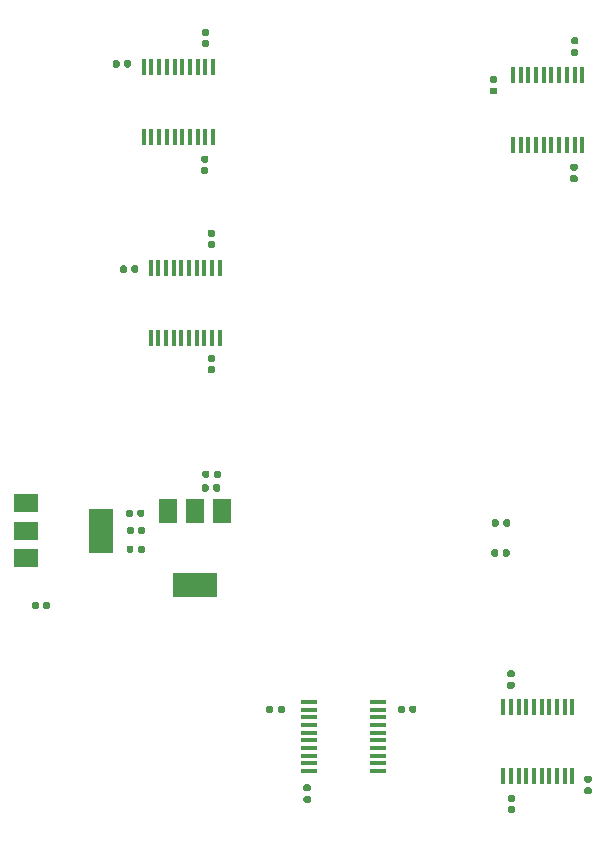
<source format=gbr>
%TF.GenerationSoftware,KiCad,Pcbnew,(5.1.6)-1*%
%TF.CreationDate,2020-09-22T22:20:25+03:00*%
%TF.ProjectId,Z80_devboard,5a38305f-6465-4766-926f-6172642e6b69,rev?*%
%TF.SameCoordinates,Original*%
%TF.FileFunction,Paste,Top*%
%TF.FilePolarity,Positive*%
%FSLAX46Y46*%
G04 Gerber Fmt 4.6, Leading zero omitted, Abs format (unit mm)*
G04 Created by KiCad (PCBNEW (5.1.6)-1) date 2020-09-22 22:20:25*
%MOMM*%
%LPD*%
G01*
G04 APERTURE LIST*
%ADD10R,1.500000X2.000000*%
%ADD11R,3.800000X2.000000*%
%ADD12R,2.000000X1.500000*%
%ADD13R,2.000000X3.800000*%
%ADD14R,0.450000X1.475000*%
%ADD15R,1.475000X0.450000*%
G04 APERTURE END LIST*
%TO.C,R7*%
G36*
G01*
X119867900Y-70309100D02*
X120212900Y-70309100D01*
G75*
G02*
X120360400Y-70456600I0J-147500D01*
G01*
X120360400Y-70751600D01*
G75*
G02*
X120212900Y-70899100I-147500J0D01*
G01*
X119867900Y-70899100D01*
G75*
G02*
X119720400Y-70751600I0J147500D01*
G01*
X119720400Y-70456600D01*
G75*
G02*
X119867900Y-70309100I147500J0D01*
G01*
G37*
G36*
G01*
X119867900Y-69339100D02*
X120212900Y-69339100D01*
G75*
G02*
X120360400Y-69486600I0J-147500D01*
G01*
X120360400Y-69781600D01*
G75*
G02*
X120212900Y-69929100I-147500J0D01*
G01*
X119867900Y-69929100D01*
G75*
G02*
X119720400Y-69781600I0J147500D01*
G01*
X119720400Y-69486600D01*
G75*
G02*
X119867900Y-69339100I147500J0D01*
G01*
G37*
%TD*%
%TO.C,R6*%
G36*
G01*
X127856200Y-129552200D02*
X128201200Y-129552200D01*
G75*
G02*
X128348700Y-129699700I0J-147500D01*
G01*
X128348700Y-129994700D01*
G75*
G02*
X128201200Y-130142200I-147500J0D01*
G01*
X127856200Y-130142200D01*
G75*
G02*
X127708700Y-129994700I0J147500D01*
G01*
X127708700Y-129699700D01*
G75*
G02*
X127856200Y-129552200I147500J0D01*
G01*
G37*
G36*
G01*
X127856200Y-128582200D02*
X128201200Y-128582200D01*
G75*
G02*
X128348700Y-128729700I0J-147500D01*
G01*
X128348700Y-129024700D01*
G75*
G02*
X128201200Y-129172200I-147500J0D01*
G01*
X127856200Y-129172200D01*
G75*
G02*
X127708700Y-129024700I0J147500D01*
G01*
X127708700Y-128729700D01*
G75*
G02*
X127856200Y-128582200I147500J0D01*
G01*
G37*
%TD*%
%TO.C,R5*%
G36*
G01*
X88382200Y-68128100D02*
X88382200Y-68473100D01*
G75*
G02*
X88234700Y-68620600I-147500J0D01*
G01*
X87939700Y-68620600D01*
G75*
G02*
X87792200Y-68473100I0J147500D01*
G01*
X87792200Y-68128100D01*
G75*
G02*
X87939700Y-67980600I147500J0D01*
G01*
X88234700Y-67980600D01*
G75*
G02*
X88382200Y-68128100I0J-147500D01*
G01*
G37*
G36*
G01*
X89352200Y-68128100D02*
X89352200Y-68473100D01*
G75*
G02*
X89204700Y-68620600I-147500J0D01*
G01*
X88909700Y-68620600D01*
G75*
G02*
X88762200Y-68473100I0J147500D01*
G01*
X88762200Y-68128100D01*
G75*
G02*
X88909700Y-67980600I147500J0D01*
G01*
X89204700Y-67980600D01*
G75*
G02*
X89352200Y-68128100I0J-147500D01*
G01*
G37*
%TD*%
%TO.C,R4*%
G36*
G01*
X104094500Y-130286400D02*
X104439500Y-130286400D01*
G75*
G02*
X104587000Y-130433900I0J-147500D01*
G01*
X104587000Y-130728900D01*
G75*
G02*
X104439500Y-130876400I-147500J0D01*
G01*
X104094500Y-130876400D01*
G75*
G02*
X103947000Y-130728900I0J147500D01*
G01*
X103947000Y-130433900D01*
G75*
G02*
X104094500Y-130286400I147500J0D01*
G01*
G37*
G36*
G01*
X104094500Y-129316400D02*
X104439500Y-129316400D01*
G75*
G02*
X104587000Y-129463900I0J-147500D01*
G01*
X104587000Y-129758900D01*
G75*
G02*
X104439500Y-129906400I-147500J0D01*
G01*
X104094500Y-129906400D01*
G75*
G02*
X103947000Y-129758900I0J147500D01*
G01*
X103947000Y-129463900D01*
G75*
G02*
X104094500Y-129316400I147500J0D01*
G01*
G37*
%TD*%
D10*
%TO.C,U2*%
X97042000Y-106133500D03*
X92442000Y-106133500D03*
X94742000Y-106133500D03*
D11*
X94742000Y-112433500D03*
%TD*%
D12*
%TO.C,U1*%
X80479500Y-105523000D03*
X80479500Y-110123000D03*
X80479500Y-107823000D03*
D13*
X86779500Y-107823000D03*
%TD*%
%TO.C,C16*%
G36*
G01*
X96369500Y-103233000D02*
X96369500Y-102888000D01*
G75*
G02*
X96517000Y-102740500I147500J0D01*
G01*
X96812000Y-102740500D01*
G75*
G02*
X96959500Y-102888000I0J-147500D01*
G01*
X96959500Y-103233000D01*
G75*
G02*
X96812000Y-103380500I-147500J0D01*
G01*
X96517000Y-103380500D01*
G75*
G02*
X96369500Y-103233000I0J147500D01*
G01*
G37*
G36*
G01*
X95399500Y-103233000D02*
X95399500Y-102888000D01*
G75*
G02*
X95547000Y-102740500I147500J0D01*
G01*
X95842000Y-102740500D01*
G75*
G02*
X95989500Y-102888000I0J-147500D01*
G01*
X95989500Y-103233000D01*
G75*
G02*
X95842000Y-103380500I-147500J0D01*
G01*
X95547000Y-103380500D01*
G75*
G02*
X95399500Y-103233000I0J147500D01*
G01*
G37*
%TD*%
%TO.C,C15*%
G36*
G01*
X96306000Y-104376000D02*
X96306000Y-104031000D01*
G75*
G02*
X96453500Y-103883500I147500J0D01*
G01*
X96748500Y-103883500D01*
G75*
G02*
X96896000Y-104031000I0J-147500D01*
G01*
X96896000Y-104376000D01*
G75*
G02*
X96748500Y-104523500I-147500J0D01*
G01*
X96453500Y-104523500D01*
G75*
G02*
X96306000Y-104376000I0J147500D01*
G01*
G37*
G36*
G01*
X95336000Y-104376000D02*
X95336000Y-104031000D01*
G75*
G02*
X95483500Y-103883500I147500J0D01*
G01*
X95778500Y-103883500D01*
G75*
G02*
X95926000Y-104031000I0J-147500D01*
G01*
X95926000Y-104376000D01*
G75*
G02*
X95778500Y-104523500I-147500J0D01*
G01*
X95483500Y-104523500D01*
G75*
G02*
X95336000Y-104376000I0J147500D01*
G01*
G37*
%TD*%
%TO.C,C14*%
G36*
G01*
X89938500Y-109583000D02*
X89938500Y-109238000D01*
G75*
G02*
X90086000Y-109090500I147500J0D01*
G01*
X90381000Y-109090500D01*
G75*
G02*
X90528500Y-109238000I0J-147500D01*
G01*
X90528500Y-109583000D01*
G75*
G02*
X90381000Y-109730500I-147500J0D01*
G01*
X90086000Y-109730500D01*
G75*
G02*
X89938500Y-109583000I0J147500D01*
G01*
G37*
G36*
G01*
X88968500Y-109583000D02*
X88968500Y-109238000D01*
G75*
G02*
X89116000Y-109090500I147500J0D01*
G01*
X89411000Y-109090500D01*
G75*
G02*
X89558500Y-109238000I0J-147500D01*
G01*
X89558500Y-109583000D01*
G75*
G02*
X89411000Y-109730500I-147500J0D01*
G01*
X89116000Y-109730500D01*
G75*
G02*
X88968500Y-109583000I0J147500D01*
G01*
G37*
%TD*%
%TO.C,C13*%
G36*
G01*
X89956000Y-107995500D02*
X89956000Y-107650500D01*
G75*
G02*
X90103500Y-107503000I147500J0D01*
G01*
X90398500Y-107503000D01*
G75*
G02*
X90546000Y-107650500I0J-147500D01*
G01*
X90546000Y-107995500D01*
G75*
G02*
X90398500Y-108143000I-147500J0D01*
G01*
X90103500Y-108143000D01*
G75*
G02*
X89956000Y-107995500I0J147500D01*
G01*
G37*
G36*
G01*
X88986000Y-107995500D02*
X88986000Y-107650500D01*
G75*
G02*
X89133500Y-107503000I147500J0D01*
G01*
X89428500Y-107503000D01*
G75*
G02*
X89576000Y-107650500I0J-147500D01*
G01*
X89576000Y-107995500D01*
G75*
G02*
X89428500Y-108143000I-147500J0D01*
G01*
X89133500Y-108143000D01*
G75*
G02*
X88986000Y-107995500I0J147500D01*
G01*
G37*
%TD*%
%TO.C,C12*%
G36*
G01*
X89892500Y-106535000D02*
X89892500Y-106190000D01*
G75*
G02*
X90040000Y-106042500I147500J0D01*
G01*
X90335000Y-106042500D01*
G75*
G02*
X90482500Y-106190000I0J-147500D01*
G01*
X90482500Y-106535000D01*
G75*
G02*
X90335000Y-106682500I-147500J0D01*
G01*
X90040000Y-106682500D01*
G75*
G02*
X89892500Y-106535000I0J147500D01*
G01*
G37*
G36*
G01*
X88922500Y-106535000D02*
X88922500Y-106190000D01*
G75*
G02*
X89070000Y-106042500I147500J0D01*
G01*
X89365000Y-106042500D01*
G75*
G02*
X89512500Y-106190000I0J-147500D01*
G01*
X89512500Y-106535000D01*
G75*
G02*
X89365000Y-106682500I-147500J0D01*
G01*
X89070000Y-106682500D01*
G75*
G02*
X88922500Y-106535000I0J147500D01*
G01*
G37*
%TD*%
%TO.C,C11*%
G36*
G01*
X81914500Y-114345500D02*
X81914500Y-114000500D01*
G75*
G02*
X82062000Y-113853000I147500J0D01*
G01*
X82357000Y-113853000D01*
G75*
G02*
X82504500Y-114000500I0J-147500D01*
G01*
X82504500Y-114345500D01*
G75*
G02*
X82357000Y-114493000I-147500J0D01*
G01*
X82062000Y-114493000D01*
G75*
G02*
X81914500Y-114345500I0J147500D01*
G01*
G37*
G36*
G01*
X80944500Y-114345500D02*
X80944500Y-114000500D01*
G75*
G02*
X81092000Y-113853000I147500J0D01*
G01*
X81387000Y-113853000D01*
G75*
G02*
X81534500Y-114000500I0J-147500D01*
G01*
X81534500Y-114345500D01*
G75*
G02*
X81387000Y-114493000I-147500J0D01*
G01*
X81092000Y-114493000D01*
G75*
G02*
X80944500Y-114345500I0J147500D01*
G01*
G37*
%TD*%
%TO.C,R3*%
G36*
G01*
X88999700Y-85514400D02*
X88999700Y-85859400D01*
G75*
G02*
X88852200Y-86006900I-147500J0D01*
G01*
X88557200Y-86006900D01*
G75*
G02*
X88409700Y-85859400I0J147500D01*
G01*
X88409700Y-85514400D01*
G75*
G02*
X88557200Y-85366900I147500J0D01*
G01*
X88852200Y-85366900D01*
G75*
G02*
X88999700Y-85514400I0J-147500D01*
G01*
G37*
G36*
G01*
X89969700Y-85514400D02*
X89969700Y-85859400D01*
G75*
G02*
X89822200Y-86006900I-147500J0D01*
G01*
X89527200Y-86006900D01*
G75*
G02*
X89379700Y-85859400I0J147500D01*
G01*
X89379700Y-85514400D01*
G75*
G02*
X89527200Y-85366900I147500J0D01*
G01*
X89822200Y-85366900D01*
G75*
G02*
X89969700Y-85514400I0J-147500D01*
G01*
G37*
%TD*%
%TO.C,R2*%
G36*
G01*
X120817000Y-109900500D02*
X120817000Y-109555500D01*
G75*
G02*
X120964500Y-109408000I147500J0D01*
G01*
X121259500Y-109408000D01*
G75*
G02*
X121407000Y-109555500I0J-147500D01*
G01*
X121407000Y-109900500D01*
G75*
G02*
X121259500Y-110048000I-147500J0D01*
G01*
X120964500Y-110048000D01*
G75*
G02*
X120817000Y-109900500I0J147500D01*
G01*
G37*
G36*
G01*
X119847000Y-109900500D02*
X119847000Y-109555500D01*
G75*
G02*
X119994500Y-109408000I147500J0D01*
G01*
X120289500Y-109408000D01*
G75*
G02*
X120437000Y-109555500I0J-147500D01*
G01*
X120437000Y-109900500D01*
G75*
G02*
X120289500Y-110048000I-147500J0D01*
G01*
X119994500Y-110048000D01*
G75*
G02*
X119847000Y-109900500I0J147500D01*
G01*
G37*
%TD*%
%TO.C,R1*%
G36*
G01*
X120863000Y-107360500D02*
X120863000Y-107015500D01*
G75*
G02*
X121010500Y-106868000I147500J0D01*
G01*
X121305500Y-106868000D01*
G75*
G02*
X121453000Y-107015500I0J-147500D01*
G01*
X121453000Y-107360500D01*
G75*
G02*
X121305500Y-107508000I-147500J0D01*
G01*
X121010500Y-107508000D01*
G75*
G02*
X120863000Y-107360500I0J147500D01*
G01*
G37*
G36*
G01*
X119893000Y-107360500D02*
X119893000Y-107015500D01*
G75*
G02*
X120040500Y-106868000I147500J0D01*
G01*
X120335500Y-106868000D01*
G75*
G02*
X120483000Y-107015500I0J-147500D01*
G01*
X120483000Y-107360500D01*
G75*
G02*
X120335500Y-107508000I-147500J0D01*
G01*
X120040500Y-107508000D01*
G75*
G02*
X119893000Y-107360500I0J147500D01*
G01*
G37*
%TD*%
D14*
%TO.C,IC6*%
X120861900Y-122741200D03*
X121511900Y-122741200D03*
X122161900Y-122741200D03*
X122811900Y-122741200D03*
X123461900Y-122741200D03*
X124111900Y-122741200D03*
X124761900Y-122741200D03*
X125411900Y-122741200D03*
X126061900Y-122741200D03*
X126711900Y-122741200D03*
X126711900Y-128617200D03*
X126061900Y-128617200D03*
X125411900Y-128617200D03*
X124761900Y-128617200D03*
X124111900Y-128617200D03*
X123461900Y-128617200D03*
X122811900Y-128617200D03*
X122161900Y-128617200D03*
X121511900Y-128617200D03*
X120861900Y-128617200D03*
%TD*%
D15*
%TO.C,IC5*%
X110253000Y-122322400D03*
X110253000Y-122972400D03*
X110253000Y-123622400D03*
X110253000Y-124272400D03*
X110253000Y-124922400D03*
X110253000Y-125572400D03*
X110253000Y-126222400D03*
X110253000Y-126872400D03*
X110253000Y-127522400D03*
X110253000Y-128172400D03*
X104377000Y-128172400D03*
X104377000Y-127522400D03*
X104377000Y-126872400D03*
X104377000Y-126222400D03*
X104377000Y-125572400D03*
X104377000Y-124922400D03*
X104377000Y-124272400D03*
X104377000Y-123622400D03*
X104377000Y-122972400D03*
X104377000Y-122322400D03*
%TD*%
D14*
%TO.C,IC4*%
X96282700Y-74477100D03*
X95632700Y-74477100D03*
X94982700Y-74477100D03*
X94332700Y-74477100D03*
X93682700Y-74477100D03*
X93032700Y-74477100D03*
X92382700Y-74477100D03*
X91732700Y-74477100D03*
X91082700Y-74477100D03*
X90432700Y-74477100D03*
X90432700Y-68601100D03*
X91082700Y-68601100D03*
X91732700Y-68601100D03*
X92382700Y-68601100D03*
X93032700Y-68601100D03*
X93682700Y-68601100D03*
X94332700Y-68601100D03*
X94982700Y-68601100D03*
X95632700Y-68601100D03*
X96282700Y-68601100D03*
%TD*%
%TO.C,IC3*%
X127550100Y-75162900D03*
X126900100Y-75162900D03*
X126250100Y-75162900D03*
X125600100Y-75162900D03*
X124950100Y-75162900D03*
X124300100Y-75162900D03*
X123650100Y-75162900D03*
X123000100Y-75162900D03*
X122350100Y-75162900D03*
X121700100Y-75162900D03*
X121700100Y-69286900D03*
X122350100Y-69286900D03*
X123000100Y-69286900D03*
X123650100Y-69286900D03*
X124300100Y-69286900D03*
X124950100Y-69286900D03*
X125600100Y-69286900D03*
X126250100Y-69286900D03*
X126900100Y-69286900D03*
X127550100Y-69286900D03*
%TD*%
%TO.C,IC2*%
X96854200Y-91482400D03*
X96204200Y-91482400D03*
X95554200Y-91482400D03*
X94904200Y-91482400D03*
X94254200Y-91482400D03*
X93604200Y-91482400D03*
X92954200Y-91482400D03*
X92304200Y-91482400D03*
X91654200Y-91482400D03*
X91004200Y-91482400D03*
X91004200Y-85606400D03*
X91654200Y-85606400D03*
X92304200Y-85606400D03*
X92954200Y-85606400D03*
X93604200Y-85606400D03*
X94254200Y-85606400D03*
X94904200Y-85606400D03*
X95554200Y-85606400D03*
X96204200Y-85606400D03*
X96854200Y-85606400D03*
%TD*%
%TO.C,C10*%
G36*
G01*
X127083600Y-66660400D02*
X126738600Y-66660400D01*
G75*
G02*
X126591100Y-66512900I0J147500D01*
G01*
X126591100Y-66217900D01*
G75*
G02*
X126738600Y-66070400I147500J0D01*
G01*
X127083600Y-66070400D01*
G75*
G02*
X127231100Y-66217900I0J-147500D01*
G01*
X127231100Y-66512900D01*
G75*
G02*
X127083600Y-66660400I-147500J0D01*
G01*
G37*
G36*
G01*
X127083600Y-67630400D02*
X126738600Y-67630400D01*
G75*
G02*
X126591100Y-67482900I0J147500D01*
G01*
X126591100Y-67187900D01*
G75*
G02*
X126738600Y-67040400I147500J0D01*
G01*
X127083600Y-67040400D01*
G75*
G02*
X127231100Y-67187900I0J-147500D01*
G01*
X127231100Y-67482900D01*
G75*
G02*
X127083600Y-67630400I-147500J0D01*
G01*
G37*
%TD*%
%TO.C,C9*%
G36*
G01*
X101387000Y-122788900D02*
X101387000Y-123133900D01*
G75*
G02*
X101239500Y-123281400I-147500J0D01*
G01*
X100944500Y-123281400D01*
G75*
G02*
X100797000Y-123133900I0J147500D01*
G01*
X100797000Y-122788900D01*
G75*
G02*
X100944500Y-122641400I147500J0D01*
G01*
X101239500Y-122641400D01*
G75*
G02*
X101387000Y-122788900I0J-147500D01*
G01*
G37*
G36*
G01*
X102357000Y-122788900D02*
X102357000Y-123133900D01*
G75*
G02*
X102209500Y-123281400I-147500J0D01*
G01*
X101914500Y-123281400D01*
G75*
G02*
X101767000Y-123133900I0J147500D01*
G01*
X101767000Y-122788900D01*
G75*
G02*
X101914500Y-122641400I147500J0D01*
G01*
X102209500Y-122641400D01*
G75*
G02*
X102357000Y-122788900I0J-147500D01*
G01*
G37*
%TD*%
%TO.C,C8*%
G36*
G01*
X121391900Y-131162700D02*
X121736900Y-131162700D01*
G75*
G02*
X121884400Y-131310200I0J-147500D01*
G01*
X121884400Y-131605200D01*
G75*
G02*
X121736900Y-131752700I-147500J0D01*
G01*
X121391900Y-131752700D01*
G75*
G02*
X121244400Y-131605200I0J147500D01*
G01*
X121244400Y-131310200D01*
G75*
G02*
X121391900Y-131162700I147500J0D01*
G01*
G37*
G36*
G01*
X121391900Y-130192700D02*
X121736900Y-130192700D01*
G75*
G02*
X121884400Y-130340200I0J-147500D01*
G01*
X121884400Y-130635200D01*
G75*
G02*
X121736900Y-130782700I-147500J0D01*
G01*
X121391900Y-130782700D01*
G75*
G02*
X121244400Y-130635200I0J147500D01*
G01*
X121244400Y-130340200D01*
G75*
G02*
X121391900Y-130192700I147500J0D01*
G01*
G37*
%TD*%
%TO.C,C7*%
G36*
G01*
X95816200Y-65928600D02*
X95471200Y-65928600D01*
G75*
G02*
X95323700Y-65781100I0J147500D01*
G01*
X95323700Y-65486100D01*
G75*
G02*
X95471200Y-65338600I147500J0D01*
G01*
X95816200Y-65338600D01*
G75*
G02*
X95963700Y-65486100I0J-147500D01*
G01*
X95963700Y-65781100D01*
G75*
G02*
X95816200Y-65928600I-147500J0D01*
G01*
G37*
G36*
G01*
X95816200Y-66898600D02*
X95471200Y-66898600D01*
G75*
G02*
X95323700Y-66751100I0J147500D01*
G01*
X95323700Y-66456100D01*
G75*
G02*
X95471200Y-66308600I147500J0D01*
G01*
X95816200Y-66308600D01*
G75*
G02*
X95963700Y-66456100I0J-147500D01*
G01*
X95963700Y-66751100D01*
G75*
G02*
X95816200Y-66898600I-147500J0D01*
G01*
G37*
%TD*%
%TO.C,C6*%
G36*
G01*
X96324200Y-82933900D02*
X95979200Y-82933900D01*
G75*
G02*
X95831700Y-82786400I0J147500D01*
G01*
X95831700Y-82491400D01*
G75*
G02*
X95979200Y-82343900I147500J0D01*
G01*
X96324200Y-82343900D01*
G75*
G02*
X96471700Y-82491400I0J-147500D01*
G01*
X96471700Y-82786400D01*
G75*
G02*
X96324200Y-82933900I-147500J0D01*
G01*
G37*
G36*
G01*
X96324200Y-83903900D02*
X95979200Y-83903900D01*
G75*
G02*
X95831700Y-83756400I0J147500D01*
G01*
X95831700Y-83461400D01*
G75*
G02*
X95979200Y-83313900I147500J0D01*
G01*
X96324200Y-83313900D01*
G75*
G02*
X96471700Y-83461400I0J-147500D01*
G01*
X96471700Y-83756400D01*
G75*
G02*
X96324200Y-83903900I-147500J0D01*
G01*
G37*
%TD*%
%TO.C,C5*%
G36*
G01*
X112925500Y-123133900D02*
X112925500Y-122788900D01*
G75*
G02*
X113073000Y-122641400I147500J0D01*
G01*
X113368000Y-122641400D01*
G75*
G02*
X113515500Y-122788900I0J-147500D01*
G01*
X113515500Y-123133900D01*
G75*
G02*
X113368000Y-123281400I-147500J0D01*
G01*
X113073000Y-123281400D01*
G75*
G02*
X112925500Y-123133900I0J147500D01*
G01*
G37*
G36*
G01*
X111955500Y-123133900D02*
X111955500Y-122788900D01*
G75*
G02*
X112103000Y-122641400I147500J0D01*
G01*
X112398000Y-122641400D01*
G75*
G02*
X112545500Y-122788900I0J-147500D01*
G01*
X112545500Y-123133900D01*
G75*
G02*
X112398000Y-123281400I-147500J0D01*
G01*
X112103000Y-123281400D01*
G75*
G02*
X111955500Y-123133900I0J147500D01*
G01*
G37*
%TD*%
%TO.C,C4*%
G36*
G01*
X95407700Y-77040100D02*
X95752700Y-77040100D01*
G75*
G02*
X95900200Y-77187600I0J-147500D01*
G01*
X95900200Y-77482600D01*
G75*
G02*
X95752700Y-77630100I-147500J0D01*
G01*
X95407700Y-77630100D01*
G75*
G02*
X95260200Y-77482600I0J147500D01*
G01*
X95260200Y-77187600D01*
G75*
G02*
X95407700Y-77040100I147500J0D01*
G01*
G37*
G36*
G01*
X95407700Y-76070100D02*
X95752700Y-76070100D01*
G75*
G02*
X95900200Y-76217600I0J-147500D01*
G01*
X95900200Y-76512600D01*
G75*
G02*
X95752700Y-76660100I-147500J0D01*
G01*
X95407700Y-76660100D01*
G75*
G02*
X95260200Y-76512600I0J147500D01*
G01*
X95260200Y-76217600D01*
G75*
G02*
X95407700Y-76070100I147500J0D01*
G01*
G37*
%TD*%
%TO.C,C3*%
G36*
G01*
X126675100Y-77725900D02*
X127020100Y-77725900D01*
G75*
G02*
X127167600Y-77873400I0J-147500D01*
G01*
X127167600Y-78168400D01*
G75*
G02*
X127020100Y-78315900I-147500J0D01*
G01*
X126675100Y-78315900D01*
G75*
G02*
X126527600Y-78168400I0J147500D01*
G01*
X126527600Y-77873400D01*
G75*
G02*
X126675100Y-77725900I147500J0D01*
G01*
G37*
G36*
G01*
X126675100Y-76755900D02*
X127020100Y-76755900D01*
G75*
G02*
X127167600Y-76903400I0J-147500D01*
G01*
X127167600Y-77198400D01*
G75*
G02*
X127020100Y-77345900I-147500J0D01*
G01*
X126675100Y-77345900D01*
G75*
G02*
X126527600Y-77198400I0J147500D01*
G01*
X126527600Y-76903400D01*
G75*
G02*
X126675100Y-76755900I147500J0D01*
G01*
G37*
%TD*%
%TO.C,C2*%
G36*
G01*
X95979200Y-93918400D02*
X96324200Y-93918400D01*
G75*
G02*
X96471700Y-94065900I0J-147500D01*
G01*
X96471700Y-94360900D01*
G75*
G02*
X96324200Y-94508400I-147500J0D01*
G01*
X95979200Y-94508400D01*
G75*
G02*
X95831700Y-94360900I0J147500D01*
G01*
X95831700Y-94065900D01*
G75*
G02*
X95979200Y-93918400I147500J0D01*
G01*
G37*
G36*
G01*
X95979200Y-92948400D02*
X96324200Y-92948400D01*
G75*
G02*
X96471700Y-93095900I0J-147500D01*
G01*
X96471700Y-93390900D01*
G75*
G02*
X96324200Y-93538400I-147500J0D01*
G01*
X95979200Y-93538400D01*
G75*
G02*
X95831700Y-93390900I0J147500D01*
G01*
X95831700Y-93095900D01*
G75*
G02*
X95979200Y-92948400I147500J0D01*
G01*
G37*
%TD*%
%TO.C,C1*%
G36*
G01*
X121673400Y-120241700D02*
X121328400Y-120241700D01*
G75*
G02*
X121180900Y-120094200I0J147500D01*
G01*
X121180900Y-119799200D01*
G75*
G02*
X121328400Y-119651700I147500J0D01*
G01*
X121673400Y-119651700D01*
G75*
G02*
X121820900Y-119799200I0J-147500D01*
G01*
X121820900Y-120094200D01*
G75*
G02*
X121673400Y-120241700I-147500J0D01*
G01*
G37*
G36*
G01*
X121673400Y-121211700D02*
X121328400Y-121211700D01*
G75*
G02*
X121180900Y-121064200I0J147500D01*
G01*
X121180900Y-120769200D01*
G75*
G02*
X121328400Y-120621700I147500J0D01*
G01*
X121673400Y-120621700D01*
G75*
G02*
X121820900Y-120769200I0J-147500D01*
G01*
X121820900Y-121064200D01*
G75*
G02*
X121673400Y-121211700I-147500J0D01*
G01*
G37*
%TD*%
M02*

</source>
